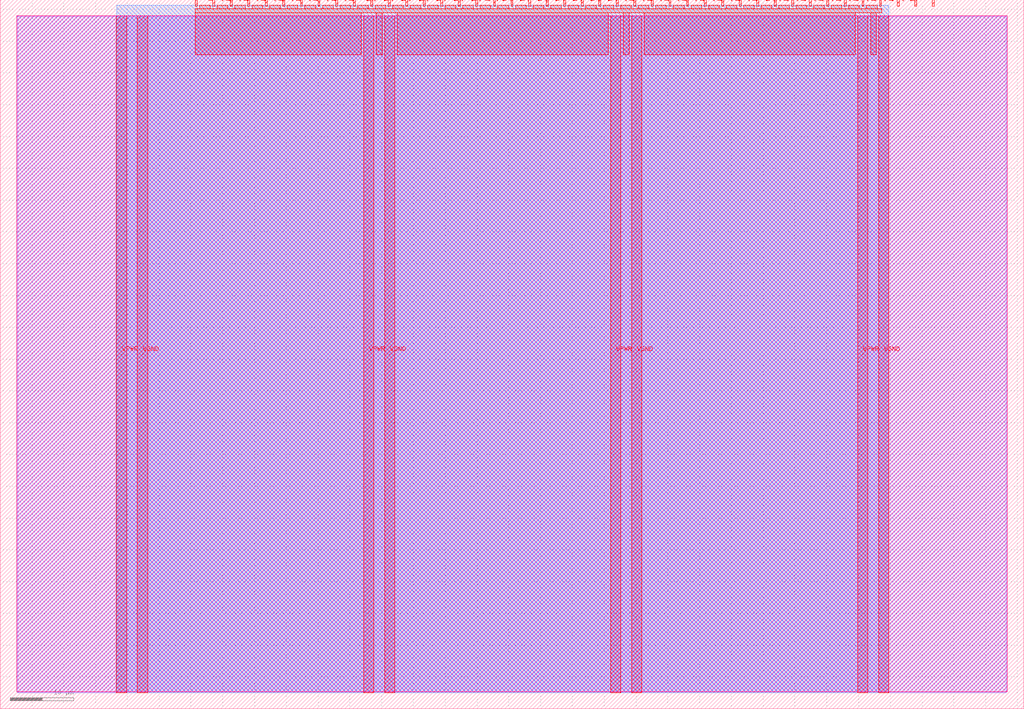
<source format=lef>
VERSION 5.7 ;
  NOWIREEXTENSIONATPIN ON ;
  DIVIDERCHAR "/" ;
  BUSBITCHARS "[]" ;
MACRO tt_um_array_secD7
  CLASS BLOCK ;
  FOREIGN tt_um_array_secD7 ;
  ORIGIN 0.000 0.000 ;
  SIZE 161.000 BY 111.520 ;
  PIN VGND
    DIRECTION INOUT ;
    USE GROUND ;
    PORT
      LAYER met4 ;
        RECT 21.580 2.480 23.180 109.040 ;
    END
    PORT
      LAYER met4 ;
        RECT 60.450 2.480 62.050 109.040 ;
    END
    PORT
      LAYER met4 ;
        RECT 99.320 2.480 100.920 109.040 ;
    END
    PORT
      LAYER met4 ;
        RECT 138.190 2.480 139.790 109.040 ;
    END
  END VGND
  PIN VPWR
    DIRECTION INOUT ;
    USE POWER ;
    PORT
      LAYER met4 ;
        RECT 18.280 2.480 19.880 109.040 ;
    END
    PORT
      LAYER met4 ;
        RECT 57.150 2.480 58.750 109.040 ;
    END
    PORT
      LAYER met4 ;
        RECT 96.020 2.480 97.620 109.040 ;
    END
    PORT
      LAYER met4 ;
        RECT 134.890 2.480 136.490 109.040 ;
    END
  END VPWR
  PIN clk
    DIRECTION INPUT ;
    USE SIGNAL ;
    PORT
      LAYER met4 ;
        RECT 143.830 110.520 144.130 111.520 ;
    END
  END clk
  PIN ena
    DIRECTION INPUT ;
    USE SIGNAL ;
    PORT
      LAYER met4 ;
        RECT 146.590 110.520 146.890 111.520 ;
    END
  END ena
  PIN rst_n
    DIRECTION INPUT ;
    USE SIGNAL ;
    PORT
      LAYER met4 ;
        RECT 141.070 110.520 141.370 111.520 ;
    END
  END rst_n
  PIN ui_in[0]
    DIRECTION INPUT ;
    USE SIGNAL ;
    ANTENNAGATEAREA 0.213000 ;
    PORT
      LAYER met4 ;
        RECT 138.310 110.520 138.610 111.520 ;
    END
  END ui_in[0]
  PIN ui_in[1]
    DIRECTION INPUT ;
    USE SIGNAL ;
    ANTENNAGATEAREA 0.159000 ;
    PORT
      LAYER met4 ;
        RECT 135.550 110.520 135.850 111.520 ;
    END
  END ui_in[1]
  PIN ui_in[2]
    DIRECTION INPUT ;
    USE SIGNAL ;
    ANTENNAGATEAREA 0.159000 ;
    PORT
      LAYER met4 ;
        RECT 132.790 110.520 133.090 111.520 ;
    END
  END ui_in[2]
  PIN ui_in[3]
    DIRECTION INPUT ;
    USE SIGNAL ;
    ANTENNAGATEAREA 0.159000 ;
    PORT
      LAYER met4 ;
        RECT 130.030 110.520 130.330 111.520 ;
    END
  END ui_in[3]
  PIN ui_in[4]
    DIRECTION INPUT ;
    USE SIGNAL ;
    ANTENNAGATEAREA 0.126000 ;
    PORT
      LAYER met4 ;
        RECT 127.270 110.520 127.570 111.520 ;
    END
  END ui_in[4]
  PIN ui_in[5]
    DIRECTION INPUT ;
    USE SIGNAL ;
    ANTENNAGATEAREA 0.159000 ;
    PORT
      LAYER met4 ;
        RECT 124.510 110.520 124.810 111.520 ;
    END
  END ui_in[5]
  PIN ui_in[6]
    DIRECTION INPUT ;
    USE SIGNAL ;
    ANTENNAGATEAREA 0.159000 ;
    PORT
      LAYER met4 ;
        RECT 121.750 110.520 122.050 111.520 ;
    END
  END ui_in[6]
  PIN ui_in[7]
    DIRECTION INPUT ;
    USE SIGNAL ;
    ANTENNAGATEAREA 0.159000 ;
    PORT
      LAYER met4 ;
        RECT 118.990 110.520 119.290 111.520 ;
    END
  END ui_in[7]
  PIN uio_in[0]
    DIRECTION INPUT ;
    USE SIGNAL ;
    PORT
      LAYER met4 ;
        RECT 116.230 110.520 116.530 111.520 ;
    END
  END uio_in[0]
  PIN uio_in[1]
    DIRECTION INPUT ;
    USE SIGNAL ;
    PORT
      LAYER met4 ;
        RECT 113.470 110.520 113.770 111.520 ;
    END
  END uio_in[1]
  PIN uio_in[2]
    DIRECTION INPUT ;
    USE SIGNAL ;
    PORT
      LAYER met4 ;
        RECT 110.710 110.520 111.010 111.520 ;
    END
  END uio_in[2]
  PIN uio_in[3]
    DIRECTION INPUT ;
    USE SIGNAL ;
    PORT
      LAYER met4 ;
        RECT 107.950 110.520 108.250 111.520 ;
    END
  END uio_in[3]
  PIN uio_in[4]
    DIRECTION INPUT ;
    USE SIGNAL ;
    PORT
      LAYER met4 ;
        RECT 105.190 110.520 105.490 111.520 ;
    END
  END uio_in[4]
  PIN uio_in[5]
    DIRECTION INPUT ;
    USE SIGNAL ;
    PORT
      LAYER met4 ;
        RECT 102.430 110.520 102.730 111.520 ;
    END
  END uio_in[5]
  PIN uio_in[6]
    DIRECTION INPUT ;
    USE SIGNAL ;
    PORT
      LAYER met4 ;
        RECT 99.670 110.520 99.970 111.520 ;
    END
  END uio_in[6]
  PIN uio_in[7]
    DIRECTION INPUT ;
    USE SIGNAL ;
    PORT
      LAYER met4 ;
        RECT 96.910 110.520 97.210 111.520 ;
    END
  END uio_in[7]
  PIN uio_oe[0]
    DIRECTION OUTPUT ;
    USE SIGNAL ;
    PORT
      LAYER met4 ;
        RECT 49.990 110.520 50.290 111.520 ;
    END
  END uio_oe[0]
  PIN uio_oe[1]
    DIRECTION OUTPUT ;
    USE SIGNAL ;
    PORT
      LAYER met4 ;
        RECT 47.230 110.520 47.530 111.520 ;
    END
  END uio_oe[1]
  PIN uio_oe[2]
    DIRECTION OUTPUT ;
    USE SIGNAL ;
    PORT
      LAYER met4 ;
        RECT 44.470 110.520 44.770 111.520 ;
    END
  END uio_oe[2]
  PIN uio_oe[3]
    DIRECTION OUTPUT ;
    USE SIGNAL ;
    PORT
      LAYER met4 ;
        RECT 41.710 110.520 42.010 111.520 ;
    END
  END uio_oe[3]
  PIN uio_oe[4]
    DIRECTION OUTPUT ;
    USE SIGNAL ;
    PORT
      LAYER met4 ;
        RECT 38.950 110.520 39.250 111.520 ;
    END
  END uio_oe[4]
  PIN uio_oe[5]
    DIRECTION OUTPUT ;
    USE SIGNAL ;
    PORT
      LAYER met4 ;
        RECT 36.190 110.520 36.490 111.520 ;
    END
  END uio_oe[5]
  PIN uio_oe[6]
    DIRECTION OUTPUT ;
    USE SIGNAL ;
    PORT
      LAYER met4 ;
        RECT 33.430 110.520 33.730 111.520 ;
    END
  END uio_oe[6]
  PIN uio_oe[7]
    DIRECTION OUTPUT ;
    USE SIGNAL ;
    PORT
      LAYER met4 ;
        RECT 30.670 110.520 30.970 111.520 ;
    END
  END uio_oe[7]
  PIN uio_out[0]
    DIRECTION OUTPUT ;
    USE SIGNAL ;
    PORT
      LAYER met4 ;
        RECT 72.070 110.520 72.370 111.520 ;
    END
  END uio_out[0]
  PIN uio_out[1]
    DIRECTION OUTPUT ;
    USE SIGNAL ;
    PORT
      LAYER met4 ;
        RECT 69.310 110.520 69.610 111.520 ;
    END
  END uio_out[1]
  PIN uio_out[2]
    DIRECTION OUTPUT ;
    USE SIGNAL ;
    PORT
      LAYER met4 ;
        RECT 66.550 110.520 66.850 111.520 ;
    END
  END uio_out[2]
  PIN uio_out[3]
    DIRECTION OUTPUT ;
    USE SIGNAL ;
    PORT
      LAYER met4 ;
        RECT 63.790 110.520 64.090 111.520 ;
    END
  END uio_out[3]
  PIN uio_out[4]
    DIRECTION OUTPUT ;
    USE SIGNAL ;
    PORT
      LAYER met4 ;
        RECT 61.030 110.520 61.330 111.520 ;
    END
  END uio_out[4]
  PIN uio_out[5]
    DIRECTION OUTPUT ;
    USE SIGNAL ;
    PORT
      LAYER met4 ;
        RECT 58.270 110.520 58.570 111.520 ;
    END
  END uio_out[5]
  PIN uio_out[6]
    DIRECTION OUTPUT ;
    USE SIGNAL ;
    PORT
      LAYER met4 ;
        RECT 55.510 110.520 55.810 111.520 ;
    END
  END uio_out[6]
  PIN uio_out[7]
    DIRECTION OUTPUT ;
    USE SIGNAL ;
    PORT
      LAYER met4 ;
        RECT 52.750 110.520 53.050 111.520 ;
    END
  END uio_out[7]
  PIN uo_out[0]
    DIRECTION OUTPUT ;
    USE SIGNAL ;
    ANTENNAGATEAREA 0.247500 ;
    ANTENNADIFFAREA 0.924000 ;
    PORT
      LAYER met4 ;
        RECT 94.150 110.520 94.450 111.520 ;
    END
  END uo_out[0]
  PIN uo_out[1]
    DIRECTION OUTPUT ;
    USE SIGNAL ;
    ANTENNADIFFAREA 0.445500 ;
    PORT
      LAYER met4 ;
        RECT 91.390 110.520 91.690 111.520 ;
    END
  END uo_out[1]
  PIN uo_out[2]
    DIRECTION OUTPUT ;
    USE SIGNAL ;
    ANTENNADIFFAREA 0.445500 ;
    PORT
      LAYER met4 ;
        RECT 88.630 110.520 88.930 111.520 ;
    END
  END uo_out[2]
  PIN uo_out[3]
    DIRECTION OUTPUT ;
    USE SIGNAL ;
    ANTENNADIFFAREA 0.445500 ;
    PORT
      LAYER met4 ;
        RECT 85.870 110.520 86.170 111.520 ;
    END
  END uo_out[3]
  PIN uo_out[4]
    DIRECTION OUTPUT ;
    USE SIGNAL ;
    ANTENNADIFFAREA 0.445500 ;
    PORT
      LAYER met4 ;
        RECT 83.110 110.520 83.410 111.520 ;
    END
  END uo_out[4]
  PIN uo_out[5]
    DIRECTION OUTPUT ;
    USE SIGNAL ;
    ANTENNADIFFAREA 0.445500 ;
    PORT
      LAYER met4 ;
        RECT 80.350 110.520 80.650 111.520 ;
    END
  END uo_out[5]
  PIN uo_out[6]
    DIRECTION OUTPUT ;
    USE SIGNAL ;
    ANTENNADIFFAREA 0.445500 ;
    PORT
      LAYER met4 ;
        RECT 77.590 110.520 77.890 111.520 ;
    END
  END uo_out[6]
  PIN uo_out[7]
    DIRECTION OUTPUT ;
    USE SIGNAL ;
    ANTENNADIFFAREA 0.445500 ;
    PORT
      LAYER met4 ;
        RECT 74.830 110.520 75.130 111.520 ;
    END
  END uo_out[7]
  OBS
      LAYER nwell ;
        RECT 2.570 2.635 158.430 108.990 ;
      LAYER li1 ;
        RECT 2.760 2.635 158.240 108.885 ;
      LAYER met1 ;
        RECT 2.760 2.480 158.240 109.040 ;
      LAYER met2 ;
        RECT 18.310 2.535 139.760 110.685 ;
      LAYER met3 ;
        RECT 18.290 2.555 139.780 110.665 ;
      LAYER met4 ;
        RECT 31.370 110.120 33.030 110.665 ;
        RECT 34.130 110.120 35.790 110.665 ;
        RECT 36.890 110.120 38.550 110.665 ;
        RECT 39.650 110.120 41.310 110.665 ;
        RECT 42.410 110.120 44.070 110.665 ;
        RECT 45.170 110.120 46.830 110.665 ;
        RECT 47.930 110.120 49.590 110.665 ;
        RECT 50.690 110.120 52.350 110.665 ;
        RECT 53.450 110.120 55.110 110.665 ;
        RECT 56.210 110.120 57.870 110.665 ;
        RECT 58.970 110.120 60.630 110.665 ;
        RECT 61.730 110.120 63.390 110.665 ;
        RECT 64.490 110.120 66.150 110.665 ;
        RECT 67.250 110.120 68.910 110.665 ;
        RECT 70.010 110.120 71.670 110.665 ;
        RECT 72.770 110.120 74.430 110.665 ;
        RECT 75.530 110.120 77.190 110.665 ;
        RECT 78.290 110.120 79.950 110.665 ;
        RECT 81.050 110.120 82.710 110.665 ;
        RECT 83.810 110.120 85.470 110.665 ;
        RECT 86.570 110.120 88.230 110.665 ;
        RECT 89.330 110.120 90.990 110.665 ;
        RECT 92.090 110.120 93.750 110.665 ;
        RECT 94.850 110.120 96.510 110.665 ;
        RECT 97.610 110.120 99.270 110.665 ;
        RECT 100.370 110.120 102.030 110.665 ;
        RECT 103.130 110.120 104.790 110.665 ;
        RECT 105.890 110.120 107.550 110.665 ;
        RECT 108.650 110.120 110.310 110.665 ;
        RECT 111.410 110.120 113.070 110.665 ;
        RECT 114.170 110.120 115.830 110.665 ;
        RECT 116.930 110.120 118.590 110.665 ;
        RECT 119.690 110.120 121.350 110.665 ;
        RECT 122.450 110.120 124.110 110.665 ;
        RECT 125.210 110.120 126.870 110.665 ;
        RECT 127.970 110.120 129.630 110.665 ;
        RECT 130.730 110.120 132.390 110.665 ;
        RECT 133.490 110.120 135.150 110.665 ;
        RECT 136.250 110.120 137.910 110.665 ;
        RECT 30.655 109.440 138.625 110.120 ;
        RECT 30.655 102.855 56.750 109.440 ;
        RECT 59.150 102.855 60.050 109.440 ;
        RECT 62.450 102.855 95.620 109.440 ;
        RECT 98.020 102.855 98.920 109.440 ;
        RECT 101.320 102.855 134.490 109.440 ;
        RECT 136.890 102.855 137.790 109.440 ;
  END
END tt_um_array_secD7
END LIBRARY


</source>
